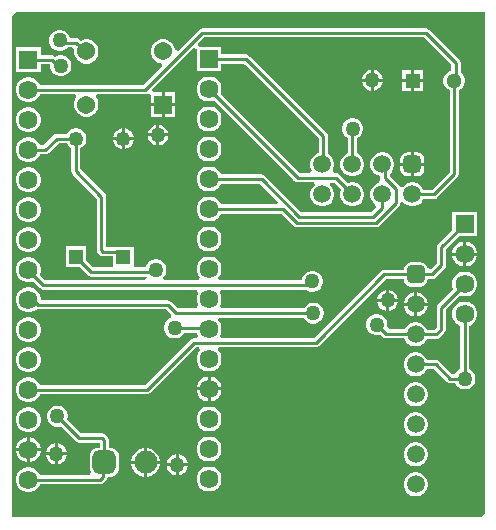
<source format=gtl>
G04*
G04 #@! TF.GenerationSoftware,Altium Limited,Altium Designer,25.5.2 (35)*
G04*
G04 Layer_Physical_Order=1*
G04 Layer_Color=255*
%FSLAX44Y44*%
%MOMM*%
G71*
G04*
G04 #@! TF.SameCoordinates,BE086167-A92D-4318-8729-62100742BBEE*
G04*
G04*
G04 #@! TF.FilePolarity,Positive*
G04*
G01*
G75*
%ADD13C,0.2540*%
%ADD14C,1.2500*%
%ADD15R,1.2500X1.2500*%
%ADD16R,1.5400X1.5400*%
%ADD17C,1.5400*%
%ADD18C,1.5900*%
%ADD19R,1.5900X1.5900*%
%ADD24R,1.3000X1.3000*%
%ADD27C,1.3000*%
%ADD29C,1.5000*%
G04:AMPARAMS|DCode=30|XSize=1.5mm|YSize=1.5mm|CornerRadius=0.375mm|HoleSize=0mm|Usage=FLASHONLY|Rotation=180.000|XOffset=0mm|YOffset=0mm|HoleType=Round|Shape=RoundedRectangle|*
%AMROUNDEDRECTD30*
21,1,1.5000,0.7500,0,0,180.0*
21,1,0.7500,1.5000,0,0,180.0*
1,1,0.7500,-0.3750,0.3750*
1,1,0.7500,0.3750,0.3750*
1,1,0.7500,0.3750,-0.3750*
1,1,0.7500,-0.3750,-0.3750*
%
%ADD30ROUNDEDRECTD30*%
%ADD31C,1.5200*%
%ADD32C,1.9500*%
G04:AMPARAMS|DCode=33|XSize=1.52mm|YSize=1.52mm|CornerRadius=0.38mm|HoleSize=0mm|Usage=FLASHONLY|Rotation=270.000|XOffset=0mm|YOffset=0mm|HoleType=Round|Shape=RoundedRectangle|*
%AMROUNDEDRECTD33*
21,1,1.5200,0.7600,0,0,270.0*
21,1,0.7600,1.5200,0,0,270.0*
1,1,0.7600,-0.3800,-0.3800*
1,1,0.7600,-0.3800,0.3800*
1,1,0.7600,0.3800,0.3800*
1,1,0.7600,0.3800,-0.3800*
%
%ADD33ROUNDEDRECTD33*%
G04:AMPARAMS|DCode=34|XSize=1.95mm|YSize=1.95mm|CornerRadius=0.4875mm|HoleSize=0mm|Usage=FLASHONLY|Rotation=0.000|XOffset=0mm|YOffset=0mm|HoleType=Round|Shape=RoundedRectangle|*
%AMROUNDEDRECTD34*
21,1,1.9500,0.9750,0,0,0.0*
21,1,0.9750,1.9500,0,0,0.0*
1,1,0.9750,0.4875,-0.4875*
1,1,0.9750,-0.4875,-0.4875*
1,1,0.9750,-0.4875,0.4875*
1,1,0.9750,0.4875,0.4875*
%
%ADD34ROUNDEDRECTD34*%
%ADD35C,1.2700*%
G36*
X408750Y7500D02*
X406000Y4750D01*
X405500Y5250D01*
X8500D01*
Y429250D01*
X11750Y432500D01*
X408750D01*
Y7500D01*
D02*
G37*
%LPC*%
G36*
X50170Y417390D02*
X47830D01*
X45569Y416784D01*
X43541Y415614D01*
X41886Y413959D01*
X40716Y411931D01*
X40110Y409670D01*
Y407330D01*
X40716Y405069D01*
X41886Y403041D01*
X43541Y401386D01*
X45569Y400216D01*
X47830Y399610D01*
X50170D01*
X52431Y400216D01*
X54459Y401386D01*
X55938Y402865D01*
X59238D01*
X61260Y400598D01*
Y397902D01*
X61958Y395298D01*
X63306Y392962D01*
X65212Y391056D01*
X67547Y389708D01*
X70152Y389010D01*
X72848D01*
X75452Y389708D01*
X77787Y391056D01*
X79694Y392962D01*
X81042Y395298D01*
X81740Y397902D01*
Y400598D01*
X81042Y403203D01*
X79694Y405537D01*
X77787Y407444D01*
X75452Y408792D01*
X72848Y409490D01*
X70152D01*
X67547Y408792D01*
X66677Y408289D01*
X65469Y409497D01*
X64209Y410339D01*
X62722Y410635D01*
X57632D01*
X57284Y411931D01*
X56114Y413959D01*
X54459Y415614D01*
X52431Y416784D01*
X50170Y417390D01*
D02*
G37*
G36*
X32990Y402590D02*
X12010D01*
Y381610D01*
X32990D01*
Y388215D01*
X40792D01*
X41110Y387897D01*
Y386080D01*
X41716Y383819D01*
X42886Y381791D01*
X44541Y380136D01*
X46569Y378966D01*
X48830Y378360D01*
X51170D01*
X53431Y378966D01*
X55459Y380136D01*
X57114Y381791D01*
X58284Y383819D01*
X58890Y386080D01*
Y388420D01*
X58284Y390681D01*
X57114Y392709D01*
X55459Y394364D01*
X53431Y395534D01*
X51170Y396140D01*
X48830D01*
X46569Y395534D01*
X45232Y394762D01*
X45148Y394847D01*
X43887Y395689D01*
X42401Y395985D01*
X32990D01*
Y402590D01*
D02*
G37*
G36*
X315020Y383863D02*
Y376270D01*
X322613D01*
X322034Y378431D01*
X320864Y380459D01*
X319209Y382114D01*
X317181Y383284D01*
X315020Y383863D01*
D02*
G37*
G36*
X312480D02*
X310319Y383284D01*
X308291Y382114D01*
X306636Y380459D01*
X305466Y378431D01*
X304887Y376270D01*
X312480D01*
Y383863D01*
D02*
G37*
G36*
X357040Y383540D02*
X349270D01*
Y375770D01*
X357040D01*
Y383540D01*
D02*
G37*
G36*
X346730D02*
X338960D01*
Y375770D01*
X346730D01*
Y383540D01*
D02*
G37*
G36*
X322613Y373730D02*
X315020D01*
Y366137D01*
X317181Y366716D01*
X319209Y367886D01*
X320864Y369541D01*
X322034Y371569D01*
X322613Y373730D01*
D02*
G37*
G36*
X312480D02*
X304887D01*
X305466Y371569D01*
X306636Y369541D01*
X308291Y367886D01*
X310319Y366716D01*
X312480Y366137D01*
Y373730D01*
D02*
G37*
G36*
X357040Y373230D02*
X349270D01*
Y365460D01*
X357040D01*
Y373230D01*
D02*
G37*
G36*
X346730D02*
X338960D01*
Y365460D01*
X346730D01*
Y373230D01*
D02*
G37*
G36*
X146740Y364490D02*
X137770D01*
Y355520D01*
X146740D01*
Y364490D01*
D02*
G37*
G36*
Y352980D02*
X137770D01*
Y344010D01*
X146740D01*
Y352980D01*
D02*
G37*
G36*
X135230D02*
X126260D01*
Y344010D01*
X135230D01*
Y352980D01*
D02*
G37*
G36*
X176881Y352540D02*
X174119D01*
X171451Y351825D01*
X169059Y350444D01*
X167106Y348491D01*
X165725Y346099D01*
X165010Y343431D01*
Y340669D01*
X165725Y338001D01*
X167106Y335609D01*
X169059Y333656D01*
X171451Y332275D01*
X174119Y331560D01*
X176881D01*
X179549Y332275D01*
X181941Y333656D01*
X183894Y335609D01*
X185275Y338001D01*
X185990Y340669D01*
Y343431D01*
X185275Y346099D01*
X183894Y348491D01*
X181941Y350444D01*
X179549Y351825D01*
X176881Y352540D01*
D02*
G37*
G36*
X23881Y351790D02*
X21119D01*
X18451Y351075D01*
X16059Y349694D01*
X14106Y347741D01*
X12725Y345349D01*
X12010Y342681D01*
Y339919D01*
X12725Y337251D01*
X14106Y334859D01*
X16059Y332906D01*
X18451Y331525D01*
X21119Y330810D01*
X23881D01*
X26549Y331525D01*
X28941Y332906D01*
X30894Y334859D01*
X32275Y337251D01*
X32990Y339919D01*
Y342681D01*
X32275Y345349D01*
X30894Y347741D01*
X28941Y349694D01*
X26549Y351075D01*
X23881Y351790D01*
D02*
G37*
G36*
X133520Y337363D02*
Y329770D01*
X141113D01*
X140534Y331931D01*
X139364Y333959D01*
X137709Y335614D01*
X135681Y336784D01*
X133520Y337363D01*
D02*
G37*
G36*
X130980D02*
X128819Y336784D01*
X126791Y335614D01*
X125136Y333959D01*
X123966Y331931D01*
X123387Y329770D01*
X130980D01*
Y337363D01*
D02*
G37*
G36*
X104270Y334010D02*
Y326520D01*
X111760D01*
X111191Y328643D01*
X110034Y330647D01*
X108397Y332284D01*
X106393Y333441D01*
X104270Y334010D01*
D02*
G37*
G36*
X101730Y334010D02*
X99607Y333441D01*
X97603Y332284D01*
X95966Y330647D01*
X94809Y328643D01*
X94240Y326520D01*
X101730D01*
Y334010D01*
D02*
G37*
G36*
X63907Y334290D02*
X61593D01*
X59357Y333691D01*
X57353Y332534D01*
X55716Y330897D01*
X54843Y329385D01*
X46500D01*
X45013Y329089D01*
X43753Y328247D01*
X35291Y319785D01*
X32319D01*
X32275Y319949D01*
X30894Y322341D01*
X28941Y324294D01*
X26549Y325675D01*
X23881Y326390D01*
X21119D01*
X18451Y325675D01*
X16059Y324294D01*
X14106Y322341D01*
X12725Y319949D01*
X12010Y317281D01*
Y314519D01*
X12725Y311851D01*
X14106Y309459D01*
X16059Y307506D01*
X18451Y306125D01*
X21119Y305410D01*
X23881D01*
X26549Y306125D01*
X28941Y307506D01*
X30894Y309459D01*
X32275Y311851D01*
X32319Y312015D01*
X36900D01*
X38387Y312311D01*
X39647Y313153D01*
X48109Y321615D01*
X54843D01*
X55716Y320103D01*
X57353Y318466D01*
X58865Y317593D01*
Y297750D01*
X59161Y296263D01*
X60003Y295003D01*
X80365Y274641D01*
Y231238D01*
X80661Y229751D01*
X81503Y228491D01*
X82991Y227003D01*
X84251Y226161D01*
X85738Y225865D01*
X94210D01*
X94210Y216460D01*
X91701Y216385D01*
X77359D01*
X71540Y222204D01*
Y234290D01*
X53960D01*
Y216710D01*
X66046D01*
X73003Y209753D01*
X74263Y208911D01*
X75750Y208615D01*
X122058D01*
X122591Y207925D01*
X121342Y205385D01*
X36909D01*
X32190Y210104D01*
X32275Y210251D01*
X32990Y212919D01*
Y215681D01*
X32275Y218349D01*
X30894Y220741D01*
X28941Y222694D01*
X26549Y224075D01*
X23881Y224790D01*
X21119D01*
X18451Y224075D01*
X16059Y222694D01*
X14106Y220741D01*
X12725Y218349D01*
X12010Y215681D01*
Y212919D01*
X12725Y210251D01*
X14106Y207859D01*
X16059Y205906D01*
X18451Y204525D01*
X21119Y203810D01*
X23881D01*
X26549Y204525D01*
X26696Y204610D01*
X32553Y198753D01*
X33813Y197911D01*
X35300Y197615D01*
X165238D01*
X166520Y195075D01*
X165725Y193699D01*
X165010Y191031D01*
Y188269D01*
X165725Y185601D01*
X166548Y184175D01*
X165303Y181635D01*
X148992D01*
X143130Y187497D01*
X141869Y188339D01*
X140383Y188635D01*
X32990D01*
Y190281D01*
X32275Y192949D01*
X30894Y195341D01*
X28941Y197294D01*
X26549Y198675D01*
X23881Y199390D01*
X21119D01*
X18451Y198675D01*
X16059Y197294D01*
X14106Y195341D01*
X12725Y192949D01*
X12010Y190281D01*
Y187519D01*
X12725Y184851D01*
X14106Y182459D01*
X16059Y180506D01*
X18451Y179125D01*
X21119Y178410D01*
X23881D01*
X26549Y179125D01*
X28941Y180506D01*
X29460Y181025D01*
X30265Y180865D01*
X138773D01*
X143336Y176303D01*
X142850Y173701D01*
X142625Y173422D01*
X140791Y172364D01*
X139136Y170709D01*
X137966Y168681D01*
X137360Y166420D01*
Y164080D01*
X137966Y161819D01*
X139136Y159791D01*
X140791Y158136D01*
X142819Y156966D01*
X145080Y156360D01*
X147420D01*
X149681Y156966D01*
X151709Y158136D01*
X153364Y159791D01*
X153984Y160865D01*
X165144D01*
X166326Y158648D01*
X165120Y156375D01*
X162490D01*
X161003Y156079D01*
X159743Y155237D01*
X121091Y116585D01*
X32319D01*
X32275Y116749D01*
X30894Y119141D01*
X28941Y121094D01*
X26549Y122475D01*
X23881Y123190D01*
X21119D01*
X18451Y122475D01*
X16059Y121094D01*
X14106Y119141D01*
X12725Y116749D01*
X12010Y114081D01*
Y111319D01*
X12725Y108651D01*
X14106Y106259D01*
X16059Y104306D01*
X18451Y102925D01*
X21119Y102210D01*
X23881D01*
X26549Y102925D01*
X28941Y104306D01*
X30894Y106259D01*
X32275Y108651D01*
X32319Y108815D01*
X122700D01*
X124187Y109111D01*
X125447Y109953D01*
X164099Y148605D01*
X166828D01*
X167880Y146065D01*
X167106Y145291D01*
X165725Y142899D01*
X165010Y140231D01*
Y137469D01*
X165725Y134801D01*
X167106Y132409D01*
X169059Y130456D01*
X171451Y129075D01*
X174119Y128360D01*
X176881D01*
X179549Y129075D01*
X181941Y130456D01*
X183894Y132409D01*
X185275Y134801D01*
X185990Y137469D01*
Y140231D01*
X185275Y142899D01*
X183894Y145291D01*
X183120Y146065D01*
X184172Y148605D01*
X265740D01*
X267227Y148901D01*
X268487Y149743D01*
X325259Y206515D01*
X340253D01*
X340728Y204126D01*
X342129Y202029D01*
X344226Y200628D01*
X346700Y200136D01*
X354300D01*
X356774Y200628D01*
X358871Y202029D01*
X360272Y204126D01*
X360747Y206515D01*
X364150D01*
X365637Y206811D01*
X366897Y207653D01*
X374997Y215753D01*
X375839Y217013D01*
X376135Y218500D01*
Y231741D01*
X387004Y242610D01*
X402490D01*
Y263590D01*
X381510D01*
Y248104D01*
X369503Y236097D01*
X368661Y234837D01*
X368365Y233350D01*
Y220109D01*
X363205Y214949D01*
X360505Y215502D01*
X360272Y216674D01*
X358871Y218771D01*
X356774Y220172D01*
X354300Y220664D01*
X346700D01*
X344226Y220172D01*
X342129Y218771D01*
X340728Y216674D01*
X340253Y214285D01*
X323650D01*
X322163Y213989D01*
X320903Y213147D01*
X264131Y156375D01*
X185880D01*
X184533Y158915D01*
X185275Y160201D01*
X185990Y162869D01*
Y165631D01*
X185275Y168299D01*
X183894Y170691D01*
X183260Y171325D01*
X184312Y173865D01*
X255728D01*
X256636Y172291D01*
X258291Y170636D01*
X260319Y169466D01*
X262580Y168860D01*
X264920D01*
X267181Y169466D01*
X269209Y170636D01*
X270864Y172291D01*
X272034Y174319D01*
X272640Y176580D01*
Y178920D01*
X272034Y181181D01*
X270864Y183209D01*
X269209Y184864D01*
X267181Y186034D01*
X264920Y186640D01*
X262580D01*
X260319Y186034D01*
X258291Y184864D01*
X256636Y183209D01*
X255728Y181635D01*
X185697D01*
X184452Y184175D01*
X185275Y185601D01*
X185990Y188269D01*
Y191031D01*
X185275Y193699D01*
X184480Y195075D01*
X185762Y197615D01*
X257001D01*
X257052Y197626D01*
X257291Y197386D01*
X259319Y196216D01*
X261580Y195610D01*
X263920D01*
X266181Y196216D01*
X268209Y197386D01*
X269864Y199041D01*
X271034Y201069D01*
X271640Y203330D01*
Y205670D01*
X271034Y207931D01*
X269864Y209959D01*
X268209Y211614D01*
X266181Y212784D01*
X263920Y213390D01*
X261580D01*
X259319Y212784D01*
X257291Y211614D01*
X255636Y209959D01*
X254466Y207931D01*
X253860Y205670D01*
Y205385D01*
X184262D01*
X183210Y207925D01*
X183894Y208609D01*
X185275Y211001D01*
X185990Y213669D01*
Y216431D01*
X185275Y219099D01*
X183894Y221491D01*
X181941Y223444D01*
X179549Y224825D01*
X176881Y225540D01*
X174119D01*
X171451Y224825D01*
X169059Y223444D01*
X167106Y221491D01*
X165725Y219099D01*
X165010Y216431D01*
Y213669D01*
X165725Y211001D01*
X167106Y208609D01*
X167790Y207925D01*
X166738Y205385D01*
X137381D01*
X137169Y205682D01*
X136497Y207925D01*
X137614Y209041D01*
X138784Y211069D01*
X139390Y213330D01*
Y215670D01*
X138784Y217931D01*
X137614Y219959D01*
X135959Y221614D01*
X133931Y222784D01*
X131670Y223390D01*
X129330D01*
X127069Y222784D01*
X125041Y221614D01*
X123386Y219959D01*
X122216Y217931D01*
X121801Y216385D01*
X114299D01*
X111790Y216460D01*
X111790Y218925D01*
Y234040D01*
X94210D01*
Y233635D01*
X88135D01*
Y276250D01*
X87839Y277737D01*
X86997Y278997D01*
X66635Y299359D01*
Y317593D01*
X68147Y318466D01*
X69784Y320103D01*
X70941Y322107D01*
X71540Y324343D01*
Y326657D01*
X70941Y328893D01*
X69784Y330897D01*
X68147Y332534D01*
X66143Y333691D01*
X63907Y334290D01*
D02*
G37*
G36*
X141113Y327230D02*
X133520D01*
Y319637D01*
X135681Y320216D01*
X137709Y321386D01*
X139364Y323041D01*
X140534Y325069D01*
X141113Y327230D01*
D02*
G37*
G36*
X130980D02*
X123387D01*
X123966Y325069D01*
X125136Y323041D01*
X126791Y321386D01*
X128819Y320216D01*
X130980Y319637D01*
Y327230D01*
D02*
G37*
G36*
X111760Y323980D02*
X104270D01*
Y316490D01*
X106393Y317059D01*
X108397Y318216D01*
X110034Y319853D01*
X111191Y321857D01*
X111760Y323980D01*
D02*
G37*
G36*
X101730D02*
X94240D01*
X94809Y321857D01*
X95966Y319853D01*
X97603Y318216D01*
X99607Y317059D01*
X101730Y316490D01*
Y323980D01*
D02*
G37*
G36*
X176881Y327140D02*
X174119D01*
X171451Y326425D01*
X169059Y325044D01*
X167106Y323091D01*
X165725Y320699D01*
X165010Y318031D01*
Y315269D01*
X165725Y312601D01*
X167106Y310209D01*
X169059Y308256D01*
X171451Y306875D01*
X174119Y306160D01*
X176881D01*
X179549Y306875D01*
X181941Y308256D01*
X183894Y310209D01*
X185275Y312601D01*
X185990Y315269D01*
Y318031D01*
X185275Y320699D01*
X183894Y323091D01*
X181941Y325044D01*
X179549Y326425D01*
X176881Y327140D01*
D02*
G37*
G36*
X351350Y313863D02*
X348870D01*
Y304970D01*
X357763D01*
Y307450D01*
X357275Y309904D01*
X355885Y311985D01*
X353804Y313375D01*
X351350Y313863D01*
D02*
G37*
G36*
X346330D02*
X343850D01*
X341396Y313375D01*
X339315Y311985D01*
X337925Y309904D01*
X337437Y307450D01*
Y304970D01*
X346330D01*
Y313863D01*
D02*
G37*
G36*
X298170Y342640D02*
X295830D01*
X293569Y342034D01*
X291541Y340864D01*
X289886Y339209D01*
X288716Y337181D01*
X288110Y334920D01*
Y332580D01*
X288716Y330319D01*
X289886Y328291D01*
X291541Y326636D01*
X293015Y325785D01*
Y313080D01*
X292925Y313056D01*
X290635Y311734D01*
X288766Y309865D01*
X287444Y307575D01*
X286760Y305022D01*
Y302378D01*
X287444Y299825D01*
X288766Y297535D01*
X290635Y295666D01*
X292925Y294344D01*
X295478Y293660D01*
X298122D01*
X300675Y294344D01*
X302965Y295666D01*
X304834Y297535D01*
X306156Y299825D01*
X306840Y302378D01*
Y305022D01*
X306156Y307575D01*
X304834Y309865D01*
X302965Y311734D01*
X300785Y312993D01*
Y325670D01*
X302459Y326636D01*
X304114Y328291D01*
X305284Y330319D01*
X305890Y332580D01*
Y334920D01*
X305284Y337181D01*
X304114Y339209D01*
X302459Y340864D01*
X300431Y342034D01*
X298170Y342640D01*
D02*
G37*
G36*
X357763Y302430D02*
X348870D01*
Y293537D01*
X351350D01*
X353804Y294025D01*
X355885Y295415D01*
X357275Y297496D01*
X357763Y299950D01*
Y302430D01*
D02*
G37*
G36*
X346330D02*
X337437D01*
Y299950D01*
X337925Y297496D01*
X339315Y295415D01*
X341396Y294025D01*
X343850Y293537D01*
X346330D01*
Y302430D01*
D02*
G37*
G36*
X359250Y418885D02*
X169750D01*
X168263Y418589D01*
X167003Y417747D01*
X149280Y400024D01*
X147821Y400354D01*
X146639Y400975D01*
X146042Y403203D01*
X144694Y405537D01*
X142788Y407444D01*
X140452Y408792D01*
X137848Y409490D01*
X135152D01*
X132548Y408792D01*
X130212Y407444D01*
X128306Y405537D01*
X126958Y403203D01*
X126260Y400598D01*
Y397902D01*
X126958Y395298D01*
X128306Y392962D01*
X130212Y391056D01*
X132548Y389708D01*
X134775Y389111D01*
X135396Y387929D01*
X135726Y386470D01*
X119841Y370585D01*
X32319D01*
X32275Y370749D01*
X30894Y373141D01*
X28941Y375094D01*
X26549Y376475D01*
X23881Y377190D01*
X21119D01*
X18451Y376475D01*
X16059Y375094D01*
X14106Y373141D01*
X12725Y370749D01*
X12010Y368081D01*
Y365319D01*
X12725Y362651D01*
X14106Y360259D01*
X16059Y358306D01*
X18451Y356925D01*
X21119Y356210D01*
X23881D01*
X26549Y356925D01*
X28941Y358306D01*
X30894Y360259D01*
X32275Y362651D01*
X32319Y362815D01*
X61992D01*
X62850Y361327D01*
X63155Y360275D01*
X61958Y358203D01*
X61260Y355598D01*
Y352902D01*
X61958Y350298D01*
X63306Y347962D01*
X65212Y346056D01*
X67547Y344708D01*
X70152Y344010D01*
X72848D01*
X75452Y344708D01*
X77787Y346056D01*
X79694Y347962D01*
X81042Y350298D01*
X81740Y352902D01*
Y355598D01*
X81042Y358203D01*
X79845Y360275D01*
X80150Y361327D01*
X81008Y362815D01*
X121450D01*
X122937Y363111D01*
X123720Y363634D01*
X125323Y363119D01*
X126260Y362424D01*
Y355520D01*
X135230D01*
Y364490D01*
X128326D01*
X127274Y367030D01*
X162470Y402226D01*
X165010Y401174D01*
Y382360D01*
X185990D01*
Y388965D01*
X205041D01*
X268365Y325641D01*
Y313281D01*
X267525Y313056D01*
X265235Y311734D01*
X263366Y309865D01*
X262044Y307575D01*
X261360Y305022D01*
Y302378D01*
X262044Y299825D01*
X262627Y298815D01*
X261161Y296275D01*
X252169D01*
X185190Y363254D01*
X185275Y363401D01*
X185990Y366069D01*
Y368831D01*
X185275Y371499D01*
X183894Y373891D01*
X181941Y375844D01*
X179549Y377225D01*
X176881Y377940D01*
X174119D01*
X171451Y377225D01*
X169059Y375844D01*
X167106Y373891D01*
X165725Y371499D01*
X165010Y368831D01*
Y366069D01*
X165725Y363401D01*
X167106Y361009D01*
X169059Y359056D01*
X171451Y357675D01*
X174119Y356960D01*
X176881D01*
X179549Y357675D01*
X179696Y357760D01*
X247813Y289643D01*
X249073Y288801D01*
X250560Y288505D01*
X263944D01*
X264557Y287474D01*
X264867Y285965D01*
X263366Y284465D01*
X262044Y282175D01*
X261360Y279622D01*
Y276978D01*
X262044Y274425D01*
X263366Y272135D01*
X265235Y270266D01*
X267525Y268944D01*
X270078Y268260D01*
X272722D01*
X275275Y268944D01*
X277565Y270266D01*
X279434Y272135D01*
X280756Y274425D01*
X281440Y276978D01*
Y279622D01*
X280756Y282175D01*
X279434Y284465D01*
X277933Y285965D01*
X278243Y287474D01*
X278682Y288213D01*
X281212Y288395D01*
X287441Y282165D01*
X286760Y279622D01*
Y276978D01*
X287444Y274425D01*
X288766Y272135D01*
X290635Y270266D01*
X292925Y268944D01*
X295478Y268260D01*
X298122D01*
X300675Y268944D01*
X302965Y270266D01*
X304834Y272135D01*
X306156Y274425D01*
X306840Y276978D01*
Y279622D01*
X306156Y282175D01*
X304834Y284465D01*
X302965Y286334D01*
X300675Y287656D01*
X298122Y288340D01*
X295478D01*
X292935Y287659D01*
X285457Y295137D01*
X284197Y295979D01*
X282710Y296275D01*
X281639D01*
X280173Y298815D01*
X280756Y299825D01*
X281440Y302378D01*
Y305022D01*
X280756Y307575D01*
X279434Y309865D01*
X277565Y311734D01*
X276135Y312560D01*
Y327250D01*
X275839Y328737D01*
X274997Y329997D01*
X209397Y395597D01*
X208137Y396439D01*
X206650Y396735D01*
X185990D01*
Y403340D01*
X167176D01*
X166124Y405880D01*
X171359Y411115D01*
X357641D01*
X380615Y388141D01*
Y383220D01*
X379511Y382924D01*
X377449Y381734D01*
X375766Y380051D01*
X374576Y377989D01*
X373960Y375690D01*
Y373310D01*
X374576Y371011D01*
X375766Y368949D01*
X377449Y367266D01*
X379115Y366304D01*
Y296859D01*
X364441Y282185D01*
X356950D01*
X355634Y284465D01*
X353765Y286334D01*
X351475Y287656D01*
X348922Y288340D01*
X346278D01*
X343725Y287656D01*
X341435Y286334D01*
X339669Y284568D01*
X338620Y284529D01*
X336851Y284842D01*
X336257Y285732D01*
X328799Y293189D01*
X328365Y295666D01*
X330234Y297535D01*
X331556Y299825D01*
X332240Y302378D01*
Y305022D01*
X331556Y307575D01*
X330234Y309865D01*
X328365Y311734D01*
X326075Y313056D01*
X323522Y313740D01*
X320878D01*
X318325Y313056D01*
X316035Y311734D01*
X314166Y309865D01*
X312844Y307575D01*
X312160Y305022D01*
Y302378D01*
X312844Y299825D01*
X314166Y297535D01*
X316035Y295666D01*
X318325Y294344D01*
X320220Y293836D01*
Y292390D01*
X320516Y290903D01*
X320607Y290767D01*
X320613Y290709D01*
X319629Y288082D01*
X319510Y287973D01*
X318325Y287656D01*
X316035Y286334D01*
X314166Y284465D01*
X312844Y282175D01*
X312160Y279622D01*
Y276978D01*
X312844Y274425D01*
X314166Y272135D01*
X316035Y270266D01*
X316327Y270097D01*
X316745Y266923D01*
X312957Y263135D01*
X253609D01*
X222747Y293997D01*
X221487Y294839D01*
X220000Y295135D01*
X185319D01*
X185275Y295299D01*
X183894Y297691D01*
X181941Y299644D01*
X179549Y301025D01*
X176881Y301740D01*
X174119D01*
X171451Y301025D01*
X169059Y299644D01*
X167106Y297691D01*
X165725Y295299D01*
X165010Y292631D01*
Y289869D01*
X165725Y287201D01*
X167106Y284809D01*
X169059Y282856D01*
X171451Y281475D01*
X174119Y280760D01*
X176881D01*
X179549Y281475D01*
X181941Y282856D01*
X183894Y284809D01*
X185275Y287201D01*
X185319Y287365D01*
X218391D01*
X233675Y272081D01*
X232703Y269735D01*
X185319D01*
X185275Y269899D01*
X183894Y272291D01*
X181941Y274244D01*
X179549Y275625D01*
X176881Y276340D01*
X174119D01*
X171451Y275625D01*
X169059Y274244D01*
X167106Y272291D01*
X165725Y269899D01*
X165010Y267231D01*
Y264469D01*
X165725Y261801D01*
X167106Y259409D01*
X169059Y257456D01*
X171451Y256075D01*
X174119Y255360D01*
X176881D01*
X179549Y256075D01*
X181941Y257456D01*
X183894Y259409D01*
X185275Y261801D01*
X185319Y261965D01*
X236607D01*
X247149Y251423D01*
X248409Y250581D01*
X249896Y250285D01*
X316670D01*
X318157Y250581D01*
X319417Y251423D01*
X336257Y268263D01*
X337099Y269523D01*
X337366Y270866D01*
X338360Y271443D01*
X339935Y271767D01*
X341435Y270266D01*
X343725Y268944D01*
X346278Y268260D01*
X348922D01*
X351475Y268944D01*
X353765Y270266D01*
X355634Y272135D01*
X356950Y274415D01*
X366050D01*
X367537Y274711D01*
X368797Y275553D01*
X385747Y292503D01*
X386589Y293763D01*
X386885Y295250D01*
Y366304D01*
X388551Y367266D01*
X390234Y368949D01*
X391424Y371011D01*
X392040Y373310D01*
Y375690D01*
X391424Y377989D01*
X390234Y380051D01*
X388551Y381734D01*
X388385Y381830D01*
Y389750D01*
X388089Y391237D01*
X387247Y392497D01*
X361997Y417747D01*
X360737Y418589D01*
X359250Y418885D01*
D02*
G37*
G36*
X23881Y300990D02*
X21119D01*
X18451Y300275D01*
X16059Y298894D01*
X14106Y296941D01*
X12725Y294549D01*
X12010Y291881D01*
Y289119D01*
X12725Y286451D01*
X14106Y284059D01*
X16059Y282106D01*
X18451Y280725D01*
X21119Y280010D01*
X23881D01*
X26549Y280725D01*
X28941Y282106D01*
X30894Y284059D01*
X32275Y286451D01*
X32990Y289119D01*
Y291881D01*
X32275Y294549D01*
X30894Y296941D01*
X28941Y298894D01*
X26549Y300275D01*
X23881Y300990D01*
D02*
G37*
G36*
Y275590D02*
X21119D01*
X18451Y274875D01*
X16059Y273494D01*
X14106Y271541D01*
X12725Y269149D01*
X12010Y266481D01*
Y263719D01*
X12725Y261051D01*
X14106Y258659D01*
X16059Y256706D01*
X18451Y255325D01*
X21119Y254610D01*
X23881D01*
X26549Y255325D01*
X28941Y256706D01*
X30894Y258659D01*
X32275Y261051D01*
X32990Y263719D01*
Y266481D01*
X32275Y269149D01*
X30894Y271541D01*
X28941Y273494D01*
X26549Y274875D01*
X23881Y275590D01*
D02*
G37*
G36*
X176881Y250940D02*
X174119D01*
X171451Y250225D01*
X169059Y248844D01*
X167106Y246891D01*
X165725Y244499D01*
X165010Y241831D01*
Y239069D01*
X165725Y236401D01*
X167106Y234009D01*
X169059Y232056D01*
X171451Y230675D01*
X174119Y229960D01*
X176881D01*
X179549Y230675D01*
X181941Y232056D01*
X183894Y234009D01*
X185275Y236401D01*
X185990Y239069D01*
Y241831D01*
X185275Y244499D01*
X183894Y246891D01*
X181941Y248844D01*
X179549Y250225D01*
X176881Y250940D01*
D02*
G37*
G36*
X23881Y250190D02*
X21119D01*
X18451Y249475D01*
X16059Y248094D01*
X14106Y246141D01*
X12725Y243749D01*
X12010Y241081D01*
Y238319D01*
X12725Y235651D01*
X14106Y233259D01*
X16059Y231306D01*
X18451Y229925D01*
X21119Y229210D01*
X23881D01*
X26549Y229925D01*
X28941Y231306D01*
X30894Y233259D01*
X32275Y235651D01*
X32990Y238319D01*
Y241081D01*
X32275Y243749D01*
X30894Y246141D01*
X28941Y248094D01*
X26549Y249475D01*
X23881Y250190D01*
D02*
G37*
G36*
X393381Y238190D02*
X393270D01*
Y228970D01*
X402490D01*
Y229081D01*
X401775Y231749D01*
X400394Y234141D01*
X398441Y236094D01*
X396049Y237475D01*
X393381Y238190D01*
D02*
G37*
G36*
X390730D02*
X390619D01*
X387951Y237475D01*
X385559Y236094D01*
X383606Y234141D01*
X382225Y231749D01*
X381510Y229081D01*
Y228970D01*
X390730D01*
Y238190D01*
D02*
G37*
G36*
X402490Y226430D02*
X393270D01*
Y217210D01*
X393381D01*
X396049Y217925D01*
X398441Y219306D01*
X400394Y221259D01*
X401775Y223651D01*
X402490Y226319D01*
Y226430D01*
D02*
G37*
G36*
X390730D02*
X381510D01*
Y226319D01*
X382225Y223651D01*
X383606Y221259D01*
X385559Y219306D01*
X387951Y217925D01*
X390619Y217210D01*
X390730D01*
Y226430D01*
D02*
G37*
G36*
X393381Y212790D02*
X390619D01*
X387951Y212075D01*
X385559Y210694D01*
X383606Y208741D01*
X382225Y206349D01*
X381510Y203681D01*
Y200919D01*
X382225Y198251D01*
X382310Y198104D01*
X369253Y185047D01*
X368411Y183787D01*
X368115Y182300D01*
Y165359D01*
X366241Y163485D01*
X359957D01*
X359949Y163514D01*
X358614Y165826D01*
X356726Y167714D01*
X354414Y169049D01*
X351835Y169740D01*
X349165D01*
X346586Y169049D01*
X344274Y167714D01*
X342386Y165826D01*
X341409Y164135D01*
X328157D01*
X326285Y166437D01*
X326390Y166830D01*
Y169170D01*
X325784Y171431D01*
X324614Y173459D01*
X322959Y175114D01*
X320931Y176284D01*
X318670Y176890D01*
X316330D01*
X314069Y176284D01*
X312041Y175114D01*
X310386Y173459D01*
X309216Y171431D01*
X308610Y169170D01*
Y166830D01*
X309216Y164569D01*
X310386Y162541D01*
X312041Y160886D01*
X314069Y159716D01*
X316330Y159110D01*
X318670D01*
X320426Y159580D01*
X322503Y157503D01*
X323763Y156661D01*
X325250Y156365D01*
X340869D01*
X341051Y155686D01*
X342386Y153374D01*
X344274Y151486D01*
X346586Y150151D01*
X349165Y149460D01*
X351835D01*
X354414Y150151D01*
X356726Y151486D01*
X358614Y153374D01*
X359949Y155686D01*
X359957Y155715D01*
X367850D01*
X369337Y156011D01*
X370597Y156853D01*
X374747Y161003D01*
X375589Y162263D01*
X375885Y163750D01*
Y180691D01*
X387804Y192610D01*
X387951Y192525D01*
X390619Y191810D01*
X393381D01*
X396049Y192525D01*
X398441Y193906D01*
X400394Y195859D01*
X401775Y198251D01*
X402490Y200919D01*
Y203681D01*
X401775Y206349D01*
X400394Y208741D01*
X398441Y210694D01*
X396049Y212075D01*
X393381Y212790D01*
D02*
G37*
G36*
X328020Y197363D02*
Y189770D01*
X335613D01*
X335034Y191931D01*
X333864Y193959D01*
X332209Y195614D01*
X330181Y196784D01*
X328020Y197363D01*
D02*
G37*
G36*
X325480D02*
X323319Y196784D01*
X321291Y195614D01*
X319636Y193959D01*
X318466Y191931D01*
X317887Y189770D01*
X325480D01*
Y197363D01*
D02*
G37*
G36*
X351835Y195140D02*
X351770D01*
Y186270D01*
X360640D01*
Y186335D01*
X359949Y188914D01*
X358614Y191226D01*
X356726Y193114D01*
X354414Y194449D01*
X351835Y195140D01*
D02*
G37*
G36*
X349230D02*
X349165D01*
X346586Y194449D01*
X344274Y193114D01*
X342386Y191226D01*
X341051Y188914D01*
X340360Y186335D01*
Y186270D01*
X349230D01*
Y195140D01*
D02*
G37*
G36*
X335613Y187230D02*
X328020D01*
Y179637D01*
X330181Y180216D01*
X332209Y181386D01*
X333864Y183041D01*
X335034Y185069D01*
X335613Y187230D01*
D02*
G37*
G36*
X325480D02*
X317887D01*
X318466Y185069D01*
X319636Y183041D01*
X321291Y181386D01*
X323319Y180216D01*
X325480Y179637D01*
Y187230D01*
D02*
G37*
G36*
X360640Y183730D02*
X351770D01*
Y174860D01*
X351835D01*
X354414Y175551D01*
X356726Y176886D01*
X358614Y178774D01*
X359949Y181086D01*
X360640Y183665D01*
Y183730D01*
D02*
G37*
G36*
X349230D02*
X340360D01*
Y183665D01*
X341051Y181086D01*
X342386Y178774D01*
X344274Y176886D01*
X346586Y175551D01*
X349165Y174860D01*
X349230D01*
Y183730D01*
D02*
G37*
G36*
X23881Y173990D02*
X21119D01*
X18451Y173275D01*
X16059Y171894D01*
X14106Y169941D01*
X12725Y167549D01*
X12010Y164881D01*
Y162119D01*
X12725Y159451D01*
X14106Y157059D01*
X16059Y155106D01*
X18451Y153725D01*
X21119Y153010D01*
X23881D01*
X26549Y153725D01*
X28941Y155106D01*
X30894Y157059D01*
X32275Y159451D01*
X32990Y162119D01*
Y164881D01*
X32275Y167549D01*
X30894Y169941D01*
X28941Y171894D01*
X26549Y173275D01*
X23881Y173990D01*
D02*
G37*
G36*
Y148590D02*
X21119D01*
X18451Y147875D01*
X16059Y146494D01*
X14106Y144541D01*
X12725Y142149D01*
X12010Y139481D01*
Y136719D01*
X12725Y134051D01*
X14106Y131659D01*
X16059Y129706D01*
X18451Y128325D01*
X21119Y127610D01*
X23881D01*
X26549Y128325D01*
X28941Y129706D01*
X30894Y131659D01*
X32275Y134051D01*
X32990Y136719D01*
Y139481D01*
X32275Y142149D01*
X30894Y144541D01*
X28941Y146494D01*
X26549Y147875D01*
X23881Y148590D01*
D02*
G37*
G36*
X393381Y187390D02*
X390619D01*
X387951Y186675D01*
X385559Y185294D01*
X383606Y183341D01*
X382225Y180949D01*
X381510Y178281D01*
Y175519D01*
X382225Y172851D01*
X383606Y170459D01*
X385559Y168506D01*
X387951Y167125D01*
X388115Y167081D01*
Y130022D01*
X386541Y129114D01*
X384886Y127459D01*
X383978Y125885D01*
X381359D01*
X370297Y136947D01*
X369037Y137789D01*
X367550Y138085D01*
X359957D01*
X359949Y138114D01*
X358614Y140426D01*
X356726Y142314D01*
X354414Y143649D01*
X351835Y144340D01*
X349165D01*
X346586Y143649D01*
X344274Y142314D01*
X342386Y140426D01*
X341051Y138114D01*
X340360Y135535D01*
Y132865D01*
X341051Y130286D01*
X342386Y127974D01*
X344274Y126086D01*
X346586Y124751D01*
X349165Y124060D01*
X351835D01*
X354414Y124751D01*
X356726Y126086D01*
X358614Y127974D01*
X359949Y130286D01*
X359957Y130315D01*
X365941D01*
X377003Y119253D01*
X378263Y118411D01*
X379750Y118115D01*
X383978D01*
X384886Y116541D01*
X386541Y114886D01*
X388569Y113716D01*
X390830Y113110D01*
X393170D01*
X395431Y113716D01*
X397459Y114886D01*
X399114Y116541D01*
X400284Y118569D01*
X400890Y120830D01*
Y123170D01*
X400284Y125431D01*
X399114Y127459D01*
X397459Y129114D01*
X395885Y130022D01*
Y167081D01*
X396049Y167125D01*
X398441Y168506D01*
X400394Y170459D01*
X401775Y172851D01*
X402490Y175519D01*
Y178281D01*
X401775Y180949D01*
X400394Y183341D01*
X398441Y185294D01*
X396049Y186675D01*
X393381Y187390D01*
D02*
G37*
G36*
X176881Y123940D02*
X176770D01*
Y114720D01*
X185990D01*
Y114831D01*
X185275Y117499D01*
X183894Y119891D01*
X181941Y121844D01*
X179549Y123225D01*
X176881Y123940D01*
D02*
G37*
G36*
X174230D02*
X174119D01*
X171451Y123225D01*
X169059Y121844D01*
X167106Y119891D01*
X165725Y117499D01*
X165010Y114831D01*
Y114720D01*
X174230D01*
Y123940D01*
D02*
G37*
G36*
X185990Y112180D02*
X176770D01*
Y102960D01*
X176881D01*
X179549Y103675D01*
X181941Y105056D01*
X183894Y107009D01*
X185275Y109401D01*
X185990Y112069D01*
Y112180D01*
D02*
G37*
G36*
X174230D02*
X165010D01*
Y112069D01*
X165725Y109401D01*
X167106Y107009D01*
X169059Y105056D01*
X171451Y103675D01*
X174119Y102960D01*
X174230D01*
Y112180D01*
D02*
G37*
G36*
X351835Y118940D02*
X349165D01*
X346586Y118249D01*
X344274Y116914D01*
X342386Y115026D01*
X341051Y112714D01*
X340360Y110135D01*
Y107465D01*
X341051Y104886D01*
X342386Y102574D01*
X344274Y100686D01*
X346586Y99351D01*
X349165Y98660D01*
X351835D01*
X354414Y99351D01*
X356726Y100686D01*
X358614Y102574D01*
X359949Y104886D01*
X360640Y107465D01*
Y110135D01*
X359949Y112714D01*
X358614Y115026D01*
X356726Y116914D01*
X354414Y118249D01*
X351835Y118940D01*
D02*
G37*
G36*
X176881Y98540D02*
X174119D01*
X171451Y97825D01*
X169059Y96444D01*
X167106Y94491D01*
X165725Y92099D01*
X165010Y89431D01*
Y86669D01*
X165725Y84001D01*
X167106Y81609D01*
X169059Y79656D01*
X171451Y78275D01*
X174119Y77560D01*
X176881D01*
X179549Y78275D01*
X181941Y79656D01*
X183894Y81609D01*
X185275Y84001D01*
X185990Y86669D01*
Y89431D01*
X185275Y92099D01*
X183894Y94491D01*
X181941Y96444D01*
X179549Y97825D01*
X176881Y98540D01*
D02*
G37*
G36*
X23881Y97790D02*
X21119D01*
X18451Y97075D01*
X16059Y95694D01*
X14106Y93741D01*
X12725Y91349D01*
X12010Y88681D01*
Y85919D01*
X12725Y83251D01*
X14106Y80859D01*
X16059Y78906D01*
X18451Y77525D01*
X21119Y76810D01*
X23881D01*
X26549Y77525D01*
X28941Y78906D01*
X30894Y80859D01*
X32275Y83251D01*
X32990Y85919D01*
Y88681D01*
X32275Y91349D01*
X30894Y93741D01*
X28941Y95694D01*
X26549Y97075D01*
X23881Y97790D01*
D02*
G37*
G36*
X351835Y93540D02*
X349165D01*
X346586Y92849D01*
X344274Y91514D01*
X342386Y89626D01*
X341051Y87314D01*
X340360Y84735D01*
Y82065D01*
X341051Y79486D01*
X342386Y77174D01*
X344274Y75286D01*
X346586Y73951D01*
X349165Y73260D01*
X351835D01*
X354414Y73951D01*
X356726Y75286D01*
X358614Y77174D01*
X359949Y79486D01*
X360640Y82065D01*
Y84735D01*
X359949Y87314D01*
X358614Y89626D01*
X356726Y91514D01*
X354414Y92849D01*
X351835Y93540D01*
D02*
G37*
G36*
X23881Y72390D02*
X23770D01*
Y63170D01*
X32990D01*
Y63281D01*
X32275Y65949D01*
X30894Y68341D01*
X28941Y70294D01*
X26549Y71675D01*
X23881Y72390D01*
D02*
G37*
G36*
X21230D02*
X21119D01*
X18451Y71675D01*
X16059Y70294D01*
X14106Y68341D01*
X12725Y65949D01*
X12010Y63281D01*
Y63170D01*
X21230D01*
Y72390D01*
D02*
G37*
G36*
X47520Y67363D02*
Y59770D01*
X55113D01*
X54534Y61931D01*
X53364Y63959D01*
X51709Y65614D01*
X49681Y66784D01*
X47520Y67363D01*
D02*
G37*
G36*
X44980D02*
X42819Y66784D01*
X40791Y65614D01*
X39136Y63959D01*
X37966Y61931D01*
X37387Y59770D01*
X44980D01*
Y67363D01*
D02*
G37*
G36*
X123368Y63540D02*
X123020D01*
Y52520D01*
X134040D01*
Y52868D01*
X133202Y55994D01*
X131584Y58796D01*
X129296Y61084D01*
X126494Y62702D01*
X123368Y63540D01*
D02*
G37*
G36*
X120480D02*
X120132D01*
X117006Y62702D01*
X114204Y61084D01*
X111916Y58796D01*
X110297Y55994D01*
X109460Y52868D01*
Y52520D01*
X120480D01*
Y63540D01*
D02*
G37*
G36*
X176881Y73140D02*
X174119D01*
X171451Y72425D01*
X169059Y71044D01*
X167106Y69091D01*
X165725Y66699D01*
X165010Y64031D01*
Y61269D01*
X165725Y58601D01*
X167106Y56209D01*
X169059Y54256D01*
X171451Y52875D01*
X174119Y52160D01*
X176881D01*
X179549Y52875D01*
X181941Y54256D01*
X183894Y56209D01*
X185275Y58601D01*
X185990Y61269D01*
Y64031D01*
X185275Y66699D01*
X183894Y69091D01*
X181941Y71044D01*
X179549Y72425D01*
X176881Y73140D01*
D02*
G37*
G36*
X32990Y60630D02*
X23770D01*
Y51410D01*
X23881D01*
X26549Y52125D01*
X28941Y53506D01*
X30894Y55459D01*
X32275Y57851D01*
X32990Y60519D01*
Y60630D01*
D02*
G37*
G36*
X21230D02*
X12010D01*
Y60519D01*
X12725Y57851D01*
X14106Y55459D01*
X16059Y53506D01*
X18451Y52125D01*
X21119Y51410D01*
X21230D01*
Y60630D01*
D02*
G37*
G36*
X149770Y58113D02*
Y50520D01*
X157363D01*
X156784Y52681D01*
X155614Y54709D01*
X153959Y56364D01*
X151931Y57534D01*
X149770Y58113D01*
D02*
G37*
G36*
X147230D02*
X145069Y57534D01*
X143041Y56364D01*
X141386Y54709D01*
X140216Y52681D01*
X139637Y50520D01*
X147230D01*
Y58113D01*
D02*
G37*
G36*
X55113Y57230D02*
X47520D01*
Y49637D01*
X49681Y50216D01*
X51709Y51386D01*
X53364Y53041D01*
X54534Y55069D01*
X55113Y57230D01*
D02*
G37*
G36*
X44980D02*
X37387D01*
X37966Y55069D01*
X39136Y53041D01*
X40791Y51386D01*
X42819Y50216D01*
X44980Y49637D01*
Y57230D01*
D02*
G37*
G36*
X351835Y68140D02*
X349165D01*
X346586Y67449D01*
X344274Y66114D01*
X342386Y64226D01*
X341051Y61914D01*
X340360Y59335D01*
Y56665D01*
X341051Y54086D01*
X342386Y51774D01*
X344274Y49886D01*
X346586Y48551D01*
X349165Y47860D01*
X351835D01*
X354414Y48551D01*
X356726Y49886D01*
X358614Y51774D01*
X359949Y54086D01*
X360640Y56665D01*
Y59335D01*
X359949Y61914D01*
X358614Y64226D01*
X356726Y66114D01*
X354414Y67449D01*
X351835Y68140D01*
D02*
G37*
G36*
X157363Y47980D02*
X149770D01*
Y40387D01*
X151931Y40966D01*
X153959Y42136D01*
X155614Y43791D01*
X156784Y45819D01*
X157363Y47980D01*
D02*
G37*
G36*
X147230D02*
X139637D01*
X140216Y45819D01*
X141386Y43791D01*
X143041Y42136D01*
X145069Y40966D01*
X147230Y40387D01*
Y47980D01*
D02*
G37*
G36*
X48170Y99390D02*
X45830D01*
X43569Y98784D01*
X41541Y97614D01*
X39886Y95959D01*
X38716Y93931D01*
X38110Y91670D01*
Y89330D01*
X38716Y87069D01*
X39886Y85041D01*
X41541Y83386D01*
X43569Y82216D01*
X45830Y81610D01*
X48170D01*
X49926Y82080D01*
X62753Y69253D01*
X64013Y68411D01*
X65500Y68115D01*
X82865D01*
Y63604D01*
X81875D01*
X79939Y63349D01*
X78135Y62602D01*
X76587Y61413D01*
X75398Y59865D01*
X74651Y58061D01*
X74396Y56125D01*
Y46375D01*
X74651Y44439D01*
X75278Y42925D01*
X74869Y41828D01*
X73924Y40385D01*
X32319D01*
X32275Y40549D01*
X30894Y42941D01*
X28941Y44894D01*
X26549Y46275D01*
X23881Y46990D01*
X21119D01*
X18451Y46275D01*
X16059Y44894D01*
X14106Y42941D01*
X12725Y40549D01*
X12010Y37881D01*
Y35119D01*
X12725Y32451D01*
X14106Y30059D01*
X16059Y28106D01*
X18451Y26725D01*
X21119Y26010D01*
X23881D01*
X26549Y26725D01*
X28941Y28106D01*
X30894Y30059D01*
X32275Y32451D01*
X32319Y32615D01*
X83250D01*
X84737Y32911D01*
X85997Y33753D01*
X88497Y36253D01*
X89339Y37513D01*
X89614Y38896D01*
X91625D01*
X93561Y39151D01*
X95365Y39898D01*
X96913Y41087D01*
X98102Y42635D01*
X98849Y44439D01*
X99104Y46375D01*
Y56125D01*
X98849Y58061D01*
X98102Y59865D01*
X96913Y61413D01*
X95365Y62602D01*
X93561Y63349D01*
X91625Y63604D01*
X90635D01*
Y70512D01*
X90339Y71999D01*
X89497Y73259D01*
X88009Y74747D01*
X86749Y75589D01*
X85262Y75885D01*
X67109D01*
X55420Y87574D01*
X55890Y89330D01*
Y91670D01*
X55284Y93931D01*
X54114Y95959D01*
X52459Y97614D01*
X50431Y98784D01*
X48170Y99390D01*
D02*
G37*
G36*
X134040Y49980D02*
X123020D01*
Y38960D01*
X123368D01*
X126494Y39798D01*
X129296Y41416D01*
X131584Y43704D01*
X133202Y46506D01*
X134040Y49632D01*
Y49980D01*
D02*
G37*
G36*
X120480D02*
X109460D01*
Y49632D01*
X110297Y46506D01*
X111916Y43704D01*
X114204Y41416D01*
X117006Y39798D01*
X120132Y38960D01*
X120480D01*
Y49980D01*
D02*
G37*
G36*
X176881Y47740D02*
X174119D01*
X171451Y47025D01*
X169059Y45644D01*
X167106Y43691D01*
X165725Y41299D01*
X165010Y38631D01*
Y35869D01*
X165725Y33201D01*
X167106Y30809D01*
X169059Y28856D01*
X171451Y27475D01*
X174119Y26760D01*
X176881D01*
X179549Y27475D01*
X181941Y28856D01*
X183894Y30809D01*
X185275Y33201D01*
X185990Y35869D01*
Y38631D01*
X185275Y41299D01*
X183894Y43691D01*
X181941Y45644D01*
X179549Y47025D01*
X176881Y47740D01*
D02*
G37*
G36*
X351835Y42740D02*
X349165D01*
X346586Y42049D01*
X344274Y40714D01*
X342386Y38826D01*
X341051Y36514D01*
X340360Y33935D01*
Y31265D01*
X341051Y28686D01*
X342386Y26374D01*
X344274Y24486D01*
X346586Y23151D01*
X349165Y22460D01*
X351835D01*
X354414Y23151D01*
X356726Y24486D01*
X358614Y26374D01*
X359949Y28686D01*
X360640Y31265D01*
Y33935D01*
X359949Y36514D01*
X358614Y38826D01*
X356726Y40714D01*
X354414Y42049D01*
X351835Y42740D01*
D02*
G37*
%LPD*%
D13*
X65500Y72000D02*
X85262D01*
X86750Y51250D02*
Y70512D01*
X85262Y72000D02*
X86750Y70512D01*
X47000Y90500D02*
X65500Y72000D01*
X128556Y212556D02*
X130500Y214500D01*
X125306Y212556D02*
X128556D01*
X125250Y212500D02*
X125306Y212556D01*
X75750Y212500D02*
X125250D01*
X62750Y225500D02*
X75750Y212500D01*
X26115Y188900D02*
X30265Y184750D01*
X140383D01*
X147383Y177750D01*
X22500Y188900D02*
X26115D01*
X260001Y204500D02*
X262750D01*
X257001Y201500D02*
X260001Y204500D01*
X22500Y214300D02*
X35300Y201500D01*
X257001D01*
X100750Y229750D02*
X103000Y227500D01*
X85738Y229750D02*
X100750D01*
X84250Y231238D02*
X85738Y229750D01*
X84250Y231238D02*
Y276250D01*
X62750Y297750D02*
X84250Y276250D01*
X62750Y297750D02*
Y325500D01*
X46500D02*
X62750D01*
X36900Y315900D02*
X46500Y325500D01*
X22500Y315900D02*
X36900D01*
X70222Y399250D02*
X71500D01*
X146750Y164750D02*
X175000D01*
X175500Y164250D01*
X146250Y165250D02*
X146750Y164750D01*
X50750Y406750D02*
X62722D01*
X70222Y399250D01*
X49000Y408500D02*
X50750Y406750D01*
X42401Y392100D02*
X47251Y387250D01*
X22500Y392100D02*
X42401D01*
X47251Y387250D02*
X50000D01*
X349850Y160250D02*
X350500Y159600D01*
X325250Y160250D02*
X349850D01*
X317500Y168000D02*
X325250Y160250D01*
X147383Y177750D02*
X263750D01*
X323650Y210400D02*
X350500D01*
X162490Y152490D02*
X265740D01*
X323650Y210400D01*
X350500D02*
X364150D01*
X85750Y50250D02*
X86750Y51250D01*
X85750Y39000D02*
Y50250D01*
X83250Y36500D02*
X85750Y39000D01*
X22500Y36500D02*
X83250D01*
X122700Y112700D02*
X162490Y152490D01*
X22500Y112700D02*
X122700D01*
X364150Y210400D02*
X372250Y218500D01*
Y233350D01*
X392000Y253100D01*
X350500Y159600D02*
X367850D01*
X372000Y163750D01*
Y182300D01*
X392000Y202300D01*
X350500Y134200D02*
X367550D01*
X379750Y122000D01*
X392000D01*
Y176900D01*
X296800Y303700D02*
X296900Y303800D01*
Y333650D01*
X297000Y333750D01*
X206650Y392850D02*
X272250Y327250D01*
X366050Y278300D02*
X383000Y295250D01*
Y374500D01*
X252000Y259250D02*
X314566D01*
X322200Y266884D02*
Y278300D01*
X249896Y254170D02*
X316670D01*
X333510Y271010D01*
X314566Y259250D02*
X322200Y266884D01*
Y303700D02*
X324105Y301795D01*
Y292390D02*
Y301795D01*
Y292390D02*
X333510Y282985D01*
Y271010D02*
Y282985D01*
X238216Y265850D02*
X249896Y254170D01*
X175500Y265850D02*
X238216D01*
X220000Y291250D02*
X252000Y259250D01*
X175500Y291250D02*
X220000D01*
X175500Y367450D02*
X250560Y292390D01*
X282710D01*
X296800Y278300D01*
X347600D02*
X366050D01*
X383000Y374500D02*
X384500Y376000D01*
Y389750D01*
X359250Y415000D02*
X384500Y389750D01*
X169750Y415000D02*
X359250D01*
X121450Y366700D02*
X169750Y415000D01*
X22500Y366700D02*
X121450D01*
X272250Y304550D02*
Y327250D01*
X175500Y392850D02*
X206650D01*
X271400Y303700D02*
X272250Y304550D01*
D14*
X103000Y325250D02*
D03*
X62750Y325500D02*
D03*
D15*
X103000Y225250D02*
D03*
X62750Y225500D02*
D03*
D16*
X136500Y354250D02*
D03*
D17*
X71500D02*
D03*
X136500Y399250D02*
D03*
X71500D02*
D03*
D18*
X175500Y164250D02*
D03*
X392000Y227700D02*
D03*
Y202300D02*
D03*
Y176900D02*
D03*
X175500Y367450D02*
D03*
X22500Y188900D02*
D03*
X175500Y113450D02*
D03*
X22500Y61900D02*
D03*
Y214300D02*
D03*
Y112700D02*
D03*
X175500Y342050D02*
D03*
Y316650D02*
D03*
Y291250D02*
D03*
Y265850D02*
D03*
Y240450D02*
D03*
Y215050D02*
D03*
Y189650D02*
D03*
Y138850D02*
D03*
Y88050D02*
D03*
Y62650D02*
D03*
Y37250D02*
D03*
X22500Y366700D02*
D03*
Y341300D02*
D03*
Y315900D02*
D03*
Y290500D02*
D03*
Y265100D02*
D03*
Y239700D02*
D03*
Y163500D02*
D03*
Y138100D02*
D03*
Y87300D02*
D03*
Y36500D02*
D03*
D19*
X392000Y253100D02*
D03*
X175500Y392850D02*
D03*
X22500Y392100D02*
D03*
D24*
X348000Y374500D02*
D03*
D27*
X383000D02*
D03*
D29*
X271400Y278300D02*
D03*
X296800D02*
D03*
X271400Y303700D02*
D03*
X296800D02*
D03*
X322200Y278300D02*
D03*
Y303700D02*
D03*
X347600Y278300D02*
D03*
D30*
Y303700D02*
D03*
D31*
X350500Y159600D02*
D03*
Y185000D02*
D03*
Y134200D02*
D03*
Y83400D02*
D03*
Y108800D02*
D03*
Y58000D02*
D03*
Y32600D02*
D03*
D32*
X121750Y51250D02*
D03*
D33*
X350500Y210400D02*
D03*
D34*
X86750Y51250D02*
D03*
D35*
X47000Y90500D02*
D03*
X130500Y214500D02*
D03*
X146250Y165250D02*
D03*
X49000Y408500D02*
D03*
X50000Y387250D02*
D03*
X132250Y328500D02*
D03*
X313750Y375000D02*
D03*
X326750Y188500D02*
D03*
X148500Y49250D02*
D03*
X46250Y58500D02*
D03*
X317500Y168000D02*
D03*
X263750Y177750D02*
D03*
X392000Y122000D02*
D03*
X262750Y204500D02*
D03*
X297000Y333750D02*
D03*
M02*

</source>
